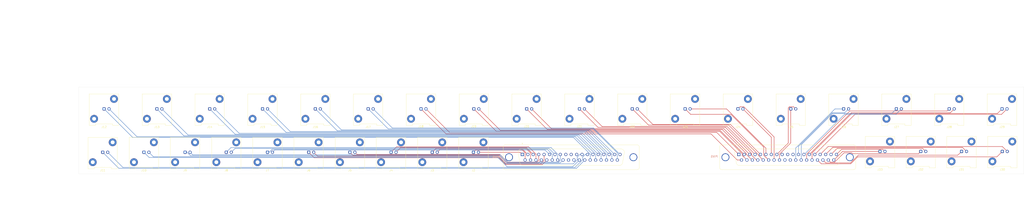
<source format=kicad_pcb>
(kicad_pcb (version 20241229) (generator "pcbnew") (generator_version "9.0")
  (layers (0 "F.Cu" signal) (2 "B.Cu" signal) (13 "F.Paste" user) (15 "B.Paste" user) (5 "F.SilkS" user "F.Silkscreen") (7 "B.SilkS" user "B.Silkscreen") (1 "F.Mask" user) (3 "B.Mask" user) (25 "Edge.Cuts" user))
  (net 0 "")
  (net 1 "/AIN14-")
  (net 3 "/AIN3+")
  (net 4 "/AIN14+")
  (net 5 "/AIN7-")
  (net 6 "/AIN3-")
  (net 7 "/AIN13-")
  (net 8 "/AIN9-")
  (net 9 "/AIN8+")
  (net 10 "/AIN13+")
  (net 11 "/AIN10+")
  (net 12 "/AIN8-")
  (net 14 "/AIN2-")
  (net 15 "/AIN4+")
  (net 16 "/AIN15+")
  (net 17 "/AIN12+")
  (net 19 "/AIN5-")
  (net 20 "/AIN2+")
  (net 21 "/AIN16+")
  (net 22 "/AIN10-")
  (net 23 "/AIN1+")
  (net 24 "/AIN6-")
  (net 25 "/AIN16-")
  (net 26 "/AIN12-")
  (net 27 "/AIN9+")
  (net 28 "/AIN7+")
  (net 29 "/AIN1-")
  (net 30 "/AIN15-")
  (net 31 "/AIN5+")
  (net 32 "/AIN11+")
  (net 33 "/AIN11-")
  (net 34 "/AIN6+")
  (net 37 "/AIN4-")
  (net 38 "/AIN19+")
  (net 39 "/AIN29+")
  (net 40 "/AIN24-")
  (net 41 "/AIN32-")
  (net 42 "/AIN27+")
  (net 43 "/AIN27-")
  (net 45 "/AIN30+")
  (net 47 "/AIN22+")
  (net 48 "/AIN17+")
  (net 49 "/AIN28-")
  (net 50 "/AIN29-")
  (net 51 "/AIN31-")
  (net 52 "/AIN28+")
  (net 54 "/AIN21-")
  (net 55 "/AIN24+")
  (net 56 "/AIN17-")
  (net 57 "/AIN23-")
  (net 58 "/AIN21+")
  (net 59 "/AIN20-")
  (net 61 "/AIN32+")
  (net 62 "/AIN26+")
  (net 63 "/AIN26-")
  (net 64 "/AIN30-")
  (net 65 "/AIN23+")
  (net 66 "/AIN18-")
  (net 67 "/AIN19-")
  (net 68 "/AIN25+")
  (net 69 "/AIN31+")
  (net 70 "/AIN25-")
  (net 72 "/AIN22-")
  (net 73 "/AIN20+")
  (net 74 "/AIN18+")
  (net 75 "Net-(J1-Pad39)")
  (net 76 "Net-(J2-Pad38)")
  (footprint "Connector_Dsub:DSUB-37_Pins_Vertical_P2.77x2.84mm_MountingHoles" (layer "F.Cu") (at 287.216471 246.835)
    (property "Reference" "D1" (hide yes))
    (property "Value" "DB37")
  )
  (footprint "Connector_Coaxial:BNC_Amphenol_031-5539_Vertical" (layer "F.Cu") (at 136.038416 245.7)
    (property "Reference" "J8")
    (property "Value" "Conn_Coaxial")
  )
  (footprint "Connector_Coaxial:BNC_Amphenol_031-5539_Vertical" (layer "F.Cu") (at 262.236471 245.7)
    (property "Reference" "J2")
    (property "Value" "Conn_Coaxial")
  )
  (footprint "Connector_Coaxial:BNC_Amphenol_031-5539_Vertical" (layer "F.Cu") (at 262.420589 223.5)
    (property "Reference" "J19")
    (property "Value" "Conn_Coaxial")
  )
  (footprint "Connector_Coaxial:BNC_Amphenol_031-5539_Vertical" (layer "F.Cu") (at 72.939388 245.7)
    (property "Reference" "J11")
    (property "Value" "Conn_Coaxial")
  )
  (footprint "Connector_Coaxial:BNC_Amphenol_031-5539_Vertical" (layer "F.Cu") (at 532.126471 223.5)
    (property "Reference" "J29")
    (property "Value" "Conn_Coaxial")
  )
  (footprint "Connector_Coaxial:BNC_Amphenol_031-5539_Vertical" (layer "F.Cu") (at 181.508824 223.5)
    (property "Reference" "J16")
    (property "Value" "Conn_Coaxial")
  )
  (footprint "Connector_Coaxial:BNC_Amphenol_031-5539_Vertical" (layer "F.Cu") (at 316.361765 223.5)
    (property "Reference" "J21")
    (property "Value" "Conn_Coaxial")
  )
  (footprint "Connector_Coaxial:BNC_Amphenol_031-5539_Vertical" (layer "F.Cu") (at 127.567647 223.5)
    (property "Reference" "J14")
    (property "Value" "Conn_Coaxial")
  )
  (footprint "Connector_Coaxial:BNC_Amphenol_031-5539_Vertical" (layer "F.Cu") (at 397.27353 223.5)
    (property "Reference" "J24")
    (property "Value" "Conn_Coaxial")
  )
  (footprint "Connector_Coaxial:BNC_Amphenol_031-5539_Vertical" (layer "F.Cu") (at 469.796471 245.29)
    (property "Reference" "J33")
    (property "Value" "Conn_Coaxial")
  )
  (footprint "Connector_Coaxial:BNC_Amphenol_031-5539_Vertical" (layer "F.Cu") (at 220.170453 245.7)
    (property "Reference" "J4")
    (property "Value" "Conn_Coaxial")
  )
  (footprint "Connector_Coaxial:BNC_Amphenol_031-5539_Vertical" (layer "F.Cu") (at 115.005406 245.7)
    (property "Reference" "J9")
    (property "Value" "Conn_Coaxial")
  )
  (footprint "Connector_Coaxial:BNC_Amphenol_031-5539_Vertical" (layer "F.Cu") (at 199.137443 245.7)
    (property "Reference" "J5")
    (property "Value" "Conn_Coaxial")
  )
  (footprint "Connector_Coaxial:BNC_Amphenol_031-5539_Vertical" (layer "F.Cu") (at 157.071425 245.7)
    (property "Reference" "J7")
    (property "Value" "Conn_Coaxial")
  )
  (footprint "Connector_Coaxial:BNC_Amphenol_031-5539_Vertical" (layer "F.Cu") (at 289.391177 223.5)
    (property "Reference" "J20")
    (property "Value" "Conn_Coaxial")
  )
  (footprint "Connector_Coaxial:BNC_Amphenol_031-5539_Vertical" (layer "F.Cu") (at 478.185295 223.5)
    (property "Reference" "J27")
    (property "Value" "Conn_Coaxial")
  )
  (footprint "Connector_Coaxial:BNC_Amphenol_031-5539_Vertical" (layer "F.Cu") (at 154.538236 223.5)
    (property "Reference" "J15")
    (property "Value" "Conn_Coaxial")
  )
  (footprint "Connector_Coaxial:BNC_Amphenol_031-5539_Vertical" (layer "F.Cu") (at 178.104434 245.7)
    (property "Reference" "J6")
    (property "Value" "Conn_Coaxial")
  )
  (footprint "Connector_Coaxial:BNC_Amphenol_031-5539_Vertical" (layer "F.Cu") (at 490.619804 245.29)
    (property "Reference" "J32")
    (property "Value" "Conn_Coaxial")
  )
  (footprint "Connector_Coaxial:BNC_Amphenol_031-5539_Vertical" (layer "F.Cu") (at 511.443138 245.29)
    (property "Reference" "J31")
    (property "Value" "Conn_Coaxial")
  )
  (footprint "Connector_Coaxial:BNC_Amphenol_031-5539_Vertical" (layer "F.Cu") (at 370.302942 223.5)
    (property "Reference" "J23")
    (property "Value" "Conn_Coaxial")
  )
  (footprint "Connector_Coaxial:BNC_Amphenol_031-5539_Vertical" (layer "F.Cu") (at 451.214706 223.5)
    (property "Reference" "J26")
    (property "Value" "Conn_Coaxial")
  )
  (footprint "Connector_Coaxial:BNC_Amphenol_031-5539_Vertical" (layer "F.Cu") (at 505.155883 223.5)
    (property "Reference" "J28")
    (property "Value" "Conn_Coaxial")
  )
  (footprint "Connector_Coaxial:BNC_Amphenol_031-5539_Vertical" (layer "F.Cu") (at 343.332353 223.5)
    (property "Reference" "J22")
    (property "Value" "Conn_Coaxial")
  )
  (footprint "Connector_Coaxial:BNC_Amphenol_031-5539_Vertical" (layer "F.Cu") (at 424.244118 223.5)
    (property "Reference" "J25")
    (property "Value" "Conn_Coaxial")
  )
  (footprint "Connector_Coaxial:BNC_Amphenol_031-5539_Vertical" (layer "F.Cu") (at 208.479412 223.5)
    (property "Reference" "J17")
    (property "Value" "Conn_Coaxial")
  )
  (footprint "Connector_Coaxial:BNC_Amphenol_031-5539_Vertical" (layer "F.Cu") (at 235.45 223.5)
    (property "Reference" "J18")
    (property "Value" "Conn_Coaxial")
  )
  (footprint "Connector_Coaxial:BNC_Amphenol_031-5539_Vertical" (layer "F.Cu") (at 100.597059 223.5)
    (property "Reference" "J13")
    (property "Value" "Conn_Coaxial")
  )
  (footprint "Connector_Coaxial:BNC_Amphenol_031-5539_Vertical" (layer "F.Cu") (at 241.203462 245.7)
    (property "Reference" "J3")
    (property "Value" "Conn_Coaxial")
  )
  (footprint "Connector_Dsub:DSUB-37_Pins_Vertical_P2.77x2.84mm_MountingHoles" (layer "F.Cu") (at 397.716471 246.835)
    (property "Reference" "D2" (hide yes))
    (property "Value" "DB37")
  )
  (footprint "Connector_Coaxial:BNC_Amphenol_031-5539_Vertical" (layer "F.Cu") (at 93.972397 245.7)
    (property "Reference" "J10")
    (property "Value" "Conn_Coaxial")
  )
  (footprint "Connector_Coaxial:BNC_Amphenol_031-5539_Vertical" (layer "F.Cu") (at 532.266471 245.29)
    (property "Reference" "J30")
    (property "Value" "Conn_Coaxial")
  )
  (footprint "Connector_Coaxial:BNC_Amphenol_031-5539_Vertical" (layer "F.Cu") (at 73.626471 223.5)
    (property "Reference" "J12")
    (property "Value" "Conn_Coaxial")
  )
  (gr_rect (start 60.706471 212.24) (end 543.306471 256.69) (stroke (width 0.05)) (fill no) (layer "Edge.Cuts"))
  (gr_text "PINS" (at 387.064471 248.495 0) (layer "B.SilkS") (effects (font (size 1.016 1.016) (thickness 0.2032) (bold yes)) (justify left bottom mirror)))
  (gr_text "PINS" (at 275.685471 248.749 0) (layer "B.SilkS") (effects (font (size 1.016 1.016) (thickness 0.2032) (bold yes)) (justify left bottom mirror)))
  (segment (start 331.536471 246.835) (end 319.793471 235.092) (width 0.2) (layer "B.Cu") (net 1))
  (segment (start 168.670236 235.092) (end 157.078236 223.5) (width 0.2) (layer "B.Cu") (net 1))
  (segment (start 319.793471 235.092) (end 168.670236 235.092) (width 0.2) (layer "B.Cu") (net 1))
  (segment (start 220.170453 245.7) (end 222.949453 242.921) (width 0.2) (layer "F.Cu") (net 3))
  (segment (start 222.949453 242.921) (end 290.427471 242.921) (width 0.2) (layer "F.Cu") (net 3))
  (segment (start 294.141471 246.635) (end 294.141471 249.675) (width 0.2) (layer "F.Cu") (net 3))
  (segment (start 290.427471 242.921) (end 294.141471 246.635) (width 0.2) (layer "F.Cu") (net 3))
  (segment (start 318.981521 235.493) (end 330.151471 246.66295) (width 0.2) (layer "B.Cu") (net 4))
  (segment (start 154.538236 223.5) (end 166.531236 235.493) (width 0.2) (layer "B.Cu") (net 4))
  (segment (start 166.531236 235.493) (end 318.981521 235.493) (width 0.2) (layer "B.Cu") (net 4))
  (segment (start 330.151471 246.66295) (end 330.151471 249.675) (width 0.2) (layer "B.Cu") (net 4))
  (segment (start 300.779471 243.778) (end 303.836471 246.835) (width 0.2) (layer "B.Cu") (net 5))
  (segment (start 138.578416 245.7) (end 140.500416 243.778) (width 0.2) (layer "B.Cu") (net 5))
  (segment (start 140.500416 243.778) (end 300.779471 243.778) (width 0.2) (layer "B.Cu") (net 5))
  (segment (start 289.317471 243.396) (end 292.756471 246.835) (width 0.2) (layer "F.Cu") (net 6))
  (segment (start 222.710453 245.7) (end 225.014453 243.396) (width 0.2) (layer "F.Cu") (net 6))
  (segment (start 225.014453 243.396) (end 289.317471 243.396) (width 0.2) (layer "F.Cu") (net 6))
  (segment (start 328.766471 246.835) (end 317.901471 235.97) (width 0.2) (layer "B.Cu") (net 7))
  (segment (start 142.577647 235.97) (end 130.107647 223.5) (width 0.2) (layer "B.Cu") (net 7))
  (segment (start 317.901471 235.97) (end 142.577647 235.97) (width 0.2) (layer "B.Cu") (net 7))
  (segment (start 316.555101 246.835) (end 317.686471 246.835) (width 0.2) (layer "B.Cu") (net 8))
  (segment (start 274.976471 247.98) (end 278.574471 251.578) (width 0.2) (layer "B.Cu") (net 8))
  (segment (start 96.512397 245.7) (end 98.792397 247.98) (width 0.2) (layer "B.Cu") (net 8))
  (segment (start 98.792397 247.98) (end 274.976471 247.98) (width 0.2) (layer "B.Cu") (net 8))
  (segment (start 313.185521 251.578) (end 315.200471 249.56305) (width 0.2) (layer "B.Cu") (net 8))
  (segment (start 278.574471 251.578) (end 313.185521 251.578) (width 0.2) (layer "B.Cu") (net 8))
  (segment (start 315.200471 248.18963) (end 316.555101 246.835) (width 0.2) (layer "B.Cu") (net 8))
  (segment (start 315.200471 249.56305) (end 315.200471 248.18963) (width 0.2) (layer "B.Cu") (net 8))
  (segment (start 279.363471 251.177) (end 275.616471 247.43) (width 0.2) (layer "B.Cu") (net 9))
  (segment (start 275.616471 247.43) (end 117.718356 247.43) (width 0.2) (layer "B.Cu") (net 9))
  (segment (start 307.991471 249.675) (end 306.489471 251.177) (width 0.2) (layer "B.Cu") (net 9))
  (segment (start 306.489471 251.177) (end 279.363471 251.177) (width 0.2) (layer "B.Cu") (net 9))
  (segment (start 115.988356 245.7) (end 115.005406 245.7) (width 0.2) (layer "B.Cu") (net 9))
  (segment (start 117.718356 247.43) (end 115.988356 245.7) (width 0.2) (layer "B.Cu") (net 9))
  (segment (start 127.567647 223.5) (end 140.537647 236.47) (width 0.2) (layer "B.Cu") (net 10))
  (segment (start 317.188521 236.47) (end 327.381471 246.66295) (width 0.2) (layer "B.Cu") (net 10))
  (segment (start 327.381471 246.66295) (end 327.381471 249.675) (width 0.2) (layer "B.Cu") (net 10))
  (segment (start 140.537647 236.47) (end 317.188521 236.47) (width 0.2) (layer "B.Cu") (net 10))
  (segment (start 81.122388 253.883) (end 72.939388 245.7) (width 0.2) (layer "B.Cu") (net 11))
  (segment (start 314.863471 253.883) (end 81.122388 253.883) (width 0.2) (layer "B.Cu") (net 11))
  (segment (start 319.071471 249.675) (end 314.863471 253.883) (width 0.2) (layer "B.Cu") (net 11))
  (segment (start 117.545406 245.7) (end 118.835406 246.99) (width 0.2) (layer "B.Cu") (net 12))
  (segment (start 279.663365 250.776) (end 305.677521 250.776) (width 0.2) (layer "B.Cu") (net 12))
  (segment (start 305.677521 250.776) (end 306.606471 249.84705) (width 0.2) (layer "B.Cu") (net 12))
  (segment (start 306.606471 249.84705) (end 306.606471 246.835) (width 0.2) (layer "B.Cu") (net 12))
  (segment (start 118.835406 246.99) (end 275.877365 246.99) (width 0.2) (layer "B.Cu") (net 12))
  (segment (start 275.877365 246.99) (end 279.663365 250.776) (width 0.2) (layer "B.Cu") (net 12))
  (segment (start 287.349471 244.198) (end 289.986471 246.835) (width 0.2) (layer "F.Cu") (net 14))
  (segment (start 245.245462 244.198) (end 287.349471 244.198) (width 0.2) (layer "F.Cu") (net 14))
  (segment (start 243.743462 245.7) (end 245.245462 244.198) (width 0.2) (layer "F.Cu") (net 14))
  (segment (start 200.697443 247.26) (end 199.137443 245.7) (width 0.2) (layer "F.Cu") (net 15))
  (segment (start 296.911471 249.675) (end 295.409471 251.177) (width 0.2) (layer "F.Cu") (net 15))
  (segment (start 279.243471 251.177) (end 275.326471 247.26) (width 0.2) (layer "F.Cu") (net 15))
  (segment (start 275.326471 247.26) (end 200.697443 247.26) (width 0.2) (layer "F.Cu") (net 15))
  (segment (start 295.409471 251.177) (end 279.243471 251.177) (width 0.2) (layer "F.Cu") (net 15))
  (segment (start 192.699824 234.691) (end 320.949521 234.691) (width 0.2) (layer "B.Cu") (net 16))
  (segment (start 332.921471 246.66295) (end 332.921471 249.675) (width 0.2) (layer "B.Cu") (net 16))
  (segment (start 181.508824 223.5) (end 192.699824 234.691) (width 0.2) (layer "B.Cu") (net 16))
  (segment (start 320.949521 234.691) (end 332.921471 246.66295) (width 0.2) (layer "B.Cu") (net 16))
  (segment (start 324.611471 246.66295) (end 324.611471 249.675) (width 0.2) (layer "B.Cu") (net 17))
  (segment (start 315.229521 237.281) (end 324.611471 246.66295) (width 0.2) (layer "B.Cu") (net 17))
  (segment (start 114.378059 237.281) (end 315.229521 237.281) (width 0.2) (layer "B.Cu") (net 17))
  (segment (start 100.597059 223.5) (end 114.378059 237.281) (width 0.2) (layer "B.Cu") (net 17))
  (segment (start 298.296471 249.84705) (end 296.565521 251.578) (width 0.2) (layer "F.Cu") (net 19))
  (segment (start 182.634434 247.69) (end 180.644434 245.7) (width 0.2) (layer "F.Cu") (net 19))
  (segment (start 278.844471 251.578) (end 274.956471 247.69) (width 0.2) (layer "F.Cu") (net 19))
  (segment (start 298.296471 246.835) (end 298.296471 249.84705) (width 0.2) (layer "F.Cu") (net 19))
  (segment (start 296.565521 251.578) (end 278.844471 251.578) (width 0.2) (layer "F.Cu") (net 19))
  (segment (start 274.956471 247.69) (end 182.634434 247.69) (width 0.2) (layer "F.Cu") (net 19))
  (segment (start 289.073521 243.797) (end 291.371471 246.09495) (width 0.2) (layer "F.Cu") (net 20))
  (segment (start 291.371471 246.09495) (end 291.371471 249.675) (width 0.2) (layer "F.Cu") (net 20))
  (segment (start 241.203462 245.7) (end 243.106462 243.797) (width 0.2) (layer "F.Cu") (net 20))
  (segment (start 243.106462 243.797) (end 289.073521 243.797) (width 0.2) (layer "F.Cu") (net 20))
  (segment (start 323.375371 233.701) (end 218.680412 233.701) (width 0.2) (layer "B.Cu") (net 21))
  (segment (start 335.691471 249.675) (end 335.691471 246.0171) (width 0.2) (layer "B.Cu") (net 21))
  (segment (start 218.680412 233.701) (end 208.479412 223.5) (width 0.2) (layer "B.Cu") (net 21))
  (segment (start 335.691471 246.0171) (end 323.375371 233.701) (width 0.2) (layer "B.Cu") (net 21))
  (segment (start 314.051521 253.482) (end 317.970471 249.56305) (width 0.2) (layer "B.Cu") (net 22))
  (segment (start 317.970471 248.18963) (end 319.325101 246.835) (width 0.2) (layer "B.Cu") (net 22))
  (segment (start 83.261388 253.482) (end 314.051521 253.482) (width 0.2) (layer "B.Cu") (net 22))
  (segment (start 75.479388 245.7) (end 83.261388 253.482) (width 0.2) (layer "B.Cu") (net 22))
  (segment (start 317.970471 249.56305) (end 317.970471 248.18963) (width 0.2) (layer "B.Cu") (net 22))
  (segment (start 319.325101 246.835) (end 320.456471 246.835) (width 0.2) (layer "B.Cu") (net 22))
  (segment (start 263.337471 244.599) (end 287.182471 244.599) (width 0.2) (layer "F.Cu") (net 23))
  (segment (start 287.182471 244.599) (end 288.601471 246.018) (width 0.2) (layer "F.Cu") (net 23))
  (segment (start 288.601471 246.018) (end 288.601471 249.675) (width 0.2) (layer "F.Cu") (net 23))
  (segment (start 262.236471 245.7) (end 263.337471 244.599) (width 0.2) (layer "F.Cu") (net 23))
  (segment (start 159.611425 245.7) (end 160.731425 244.58) (width 0.2) (layer "B.Cu") (net 24))
  (segment (start 160.731425 244.58) (end 298.811471 244.58) (width 0.2) (layer "B.Cu") (net 24))
  (segment (start 298.811471 244.58) (end 301.066471 246.835) (width 0.2) (layer "B.Cu") (net 24))
  (segment (start 211.019412 223.5) (end 220.819412 233.3) (width 0.2) (layer "B.Cu") (net 25))
  (segment (start 220.819412 233.3) (end 323.541471 233.3) (width 0.2) (layer "B.Cu") (net 25))
  (segment (start 323.541471 233.3) (end 337.076471 246.835) (width 0.2) (layer "B.Cu") (net 25))
  (segment (start 316.041471 236.88) (end 116.517059 236.88) (width 0.2) (layer "B.Cu") (net 26))
  (segment (start 116.517059 236.88) (end 103.137059 223.5) (width 0.2) (layer "B.Cu") (net 26))
  (segment (start 325.996471 246.835) (end 316.041471 236.88) (width 0.2) (layer "B.Cu") (net 26))
  (segment (start 279.367471 253.081) (end 274.667471 248.381) (width 0.2) (layer "B.Cu") (net 27))
  (segment (start 312.895471 253.081) (end 279.367471 253.081) (width 0.2) (layer "B.Cu") (net 27))
  (segment (start 316.301471 249.675) (end 312.895471 253.081) (width 0.2) (layer "B.Cu") (net 27))
  (segment (start 274.667471 248.381) (end 96.653397 248.381) (width 0.2) (layer "B.Cu") (net 27))
  (segment (start 96.653397 248.381) (end 93.972397 245.7) (width 0.2) (layer "B.Cu") (net 27))
  (segment (start 305.221471 249.675) (end 305.221471 246.66295) (width 0.2) (layer "B.Cu") (net 28))
  (segment (start 305.221471 246.66295) (end 301.858521 243.3) (width 0.2) (layer "B.Cu") (net 28))
  (segment (start 301.858521 243.3) (end 138.438416 243.3) (width 0.2) (layer "B.Cu") (net 28))
  (segment (start 138.438416 243.3) (end 136.038416 245.7) (width 0.2) (layer "B.Cu") (net 28))
  (segment (start 287.216471 246.835) (end 286.081471 245.7) (width 0.2) (layer "F.Cu") (net 29))
  (segment (start 286.081471 245.7) (end 264.776471 245.7) (width 0.2) (layer "F.Cu") (net 29))
  (segment (start 194.838824 234.29) (end 184.048824 223.5) (width 0.2) (layer "B.Cu") (net 30))
  (segment (start 334.306471 246.835) (end 321.761471 234.29) (width 0.2) (layer "B.Cu") (net 30))
  (segment (start 321.761471 234.29) (end 194.838824 234.29) (width 0.2) (layer "B.Cu") (net 30))
  (segment (start 297.377471 251.979) (end 299.681471 249.675) (width 0.2) (layer "F.Cu") (net 31))
  (segment (start 275.178371 248.479) (end 278.678371 251.979) (width 0.2) (layer "F.Cu") (net 31))
  (segment (start 178.104434 245.7) (end 180.883434 248.479) (width 0.2) (layer "F.Cu") (net 31))
  (segment (start 278.678371 251.979) (end 297.377471 251.979) (width 0.2) (layer "F.Cu") (net 31))
  (segment (start 180.883434 248.479) (end 275.178371 248.479) (width 0.2) (layer "F.Cu") (net 31))
  (segment (start 88.137471 238.101) (end 88.137471 238.011) (width 0.2) (layer "B.Cu") (net 32))
  (segment (start 313.279521 238.101) (end 88.137471 238.101) (width 0.2) (layer "B.Cu") (net 32))
  (segment (start 321.841471 246.66295) (end 313.279521 238.101) (width 0.2) (layer "B.Cu") (net 32))
  (segment (start 88.137471 238.011) (end 73.626471 223.5) (width 0.2) (layer "B.Cu") (net 32))
  (segment (start 321.841471 249.675) (end 321.841471 246.66295) (width 0.2) (layer "B.Cu") (net 32))
  (segment (start 323.226471 246.835) (end 314.091471 237.7) (width 0.2) (layer "B.Cu") (net 33))
  (segment (start 314.091471 237.7) (end 90.366471 237.7) (width 0.2) (layer "B.Cu") (net 33))
  (segment (start 90.366471 237.7) (end 76.166471 223.5) (width 0.2) (layer "B.Cu") (net 33))
  (segment (start 302.451471 246.66295) (end 299.967521 244.179) (width 0.2) (layer "B.Cu") (net 34))
  (segment (start 302.451471 249.675) (end 302.451471 246.66295) (width 0.2) (layer "B.Cu") (net 34))
  (segment (start 299.967521 244.179) (end 159.437471 244.179) (width 0.2) (layer "B.Cu") (net 34))
  (segment (start 157.916471 245.7) (end 157.071425 245.7) (width 0.2) (layer "B.Cu") (net 34))
  (segment (start 159.437471 244.179) (end 157.916471 245.7) (width 0.2) (layer "B.Cu") (net 34))
  (segment (start 279.663365 250.776) (end 294.597521 250.776) (width 0.2) (layer "F.Cu") (net 37))
  (segment (start 295.526471 249.84705) (end 295.526471 246.835) (width 0.2) (layer "F.Cu") (net 37))
  (segment (start 294.597521 250.776) (end 295.526471 249.84705) (width 0.2) (layer "F.Cu") (net 37))
  (segment (start 275.688365 246.801) (end 279.663365 250.776) (width 0.2) (layer "F.Cu") (net 37))
  (segment (start 202.778443 246.801) (end 275.688365 246.801) (width 0.2) (layer "F.Cu") (net 37))
  (segment (start 201.677443 245.7) (end 202.778443 246.801) (width 0.2) (layer "F.Cu") (net 37))
  (segment (start 299.922177 234.031) (end 289.391177 223.5) (width 0.2) (layer "F.Cu") (net 38))
  (segment (start 401.587471 246.801) (end 401.587471 246.37895) (width 0.2) (layer "F.Cu") (net 38))
  (segment (start 404.641471 249.675) (end 404.461471 249.675) (width 0.2) (layer "F.Cu") (net 38))
  (segment (start 401.587471 246.37895) (end 389.239521 234.031) (width 0.2) (layer "F.Cu") (net 38))
  (segment (start 389.239521 234.031) (end 299.922177 234.031) (width 0.2) (layer "F.Cu") (net 38))
  (segment (start 404.461471 249.675) (end 401.587471 246.801) (width 0.2) (layer "F.Cu") (net 38))
  (segment (start 454.894677 251.578) (end 439.784471 251.578) (width 0.2) (layer "F.Cu") (net 39))
  (segment (start 458.403677 248.069) (end 454.894677 251.578) (width 0.2) (layer "F.Cu") (net 39))
  (segment (start 529.487471 248.069) (end 458.403677 248.069) (width 0.2) (layer "F.Cu") (net 39))
  (segment (start 439.784471 251.578) (end 437.881471 249.675) (width 0.2) (layer "F.Cu") (net 39))
  (segment (start 532.266471 245.29) (end 529.487471 248.069) (width 0.2) (layer "F.Cu") (net 39))
  (segment (start 426.784118 223.5) (end 425.683118 222.399) (width 0.2) (layer "F.Cu") (net 40))
  (segment (start 422.946471 223.006283) (end 422.946471 240.995) (width 0.2) (layer "F.Cu") (net 40))
  (segment (start 422.946471 240.995) (end 417.106471 246.835) (width 0.2) (layer "F.Cu") (net 40))
  (segment (start 425.683118 222.399) (end 423.553754 222.399) (width 0.2) (layer "F.Cu") (net 40))
  (segment (start 423.553754 222.399) (end 422.946471 223.006283) (width 0.2) (layer "F.Cu") (net 40))
  (segment (start 471.235471 244.189) (end 450.222471 244.189) (width 0.2) (layer "F.Cu") (net 41))
  (segment (start 450.222471 244.189) (end 447.576471 246.835) (width 0.2) (layer "F.Cu") (net 41))
  (segment (start 472.336471 245.29) (end 471.235471 244.189) (width 0.2) (layer "F.Cu") (net 41))
  (segment (start 454.403421 224.601) (end 432.341471 246.66295) (width 0.2) (layer "F.Cu") (net 42))
  (segment (start 505.155883 223.5) (end 504.054883 224.601) (width 0.2) (layer "F.Cu") (net 42))
  (segment (start 504.054883 224.601) (end 454.403421 224.601) (width 0.2) (layer "F.Cu") (net 42))
  (segment (start 432.341471 246.66295) (end 432.341471 249.675) (width 0.2) (layer "F.Cu") (net 42))
  (segment (start 505.718883 225.477) (end 455.084471 225.477) (width 0.2) (layer "F.Cu") (net 43))
  (segment (start 507.695883 223.5) (end 505.718883 225.477) (width 0.2) (layer "F.Cu") (net 43))
  (segment (start 455.084471 225.477) (end 433.726471 246.835) (width 0.2) (layer "F.Cu") (net 43))
  (segment (start 442.153471 251.177) (end 440.651471 249.675) (width 0.2) (layer "F.Cu") (net 45))
  (segment (start 511.443138 245.29) (end 509.543138 247.19) (width 0.2) (layer "F.Cu") (net 45))
  (segment (start 509.543138 247.19) (end 458.715577 247.19) (width 0.2) (layer "F.Cu") (net 45))
  (segment (start 454.728577 251.177) (end 442.153471 251.177) (width 0.2) (layer "F.Cu") (net 45))
  (segment (start 458.715577 247.19) (end 454.728577 251.177) (width 0.2) (layer "F.Cu") (net 45))
  (segment (start 411.756471 248.48) (end 412.951471 249.675) (width 0.2) (layer "F.Cu") (net 47))
  (segment (start 410.465471 247.29105) (end 411.654421 248.48) (width 0.2) (layer "F.Cu") (net 47))
  (segment (start 410.465471 243.079) (end 410.465471 247.29105) (width 0.2) (layer "F.Cu") (net 47))
  (segment (start 373.081942 226.279) (end 393.665471 226.279) (width 0.2) (layer "F.Cu") (net 47))
  (segment (start 411.654421 248.48) (end 411.756471 248.48) (width 0.2) (layer "F.Cu") (net 47))
  (segment (start 393.665471 226.279) (end 410.465471 243.079) (width 0.2) (layer "F.Cu") (net 47))
  (segment (start 370.302942 223.5) (end 373.081942 226.279) (width 0.2) (layer "F.Cu") (net 47))
  (segment (start 396.899471 249.675) (end 383.504471 236.28) (width 0.2) (layer "F.Cu") (net 48))
  (segment (start 383.504471 236.28) (end 248.23 236.28) (width 0.2) (layer "F.Cu") (net 48))
  (segment (start 399.101471 249.675) (end 396.899471 249.675) (width 0.2) (layer "F.Cu") (net 48))
  (segment (start 248.23 236.28) (end 235.45 223.5) (width 0.2) (layer "F.Cu") (net 48))
  (segment (start 457.052471 226.279) (end 436.496471 246.835) (width 0.2) (layer "F.Cu") (net 49))
  (segment (start 534.666471 223.5) (end 531.887471 226.279) (width 0.2) (layer "F.Cu") (net 49))
  (segment (start 531.887471 226.279) (end 457.052471 226.279) (width 0.2) (layer "F.Cu") (net 49))
  (segment (start 443.312471 242.789) (end 439.266471 246.835) (width 0.2) (layer "F.Cu") (net 50))
  (segment (start 534.806471 245.29) (end 532.305471 242.789) (width 0.2) (layer "F.Cu") (net 50))
  (segment (start 532.305471 242.789) (end 443.312471 242.789) (width 0.2) (layer "F.Cu") (net 50))
  (segment (start 447.951471 243.69) (end 444.806471 246.835) (width 0.2) (layer "F.Cu") (net 51))
  (segment (start 493.159804 245.29) (end 491.559804 243.69) (width 0.2) (layer "F.Cu") (net 51))
  (segment (start 491.559804 243.69) (end 447.951471 243.69) (width 0.2) (layer "F.Cu") (net 51))
  (segment (start 435.111471 246.09495) (end 435.111471 249.675) (width 0.2) (layer "F.Cu") (net 52))
  (segment (start 529.748471 225.878) (end 455.328421 225.878) (width 0.2) (layer "F.Cu") (net 52))
  (segment (start 532.126471 223.5) (end 529.748471 225.878) (width 0.2) (layer "F.Cu") (net 52))
  (segment (start 455.328421 225.878) (end 435.111471 246.09495) (width 0.2) (layer "F.Cu") (net 52))
  (segment (start 353.802353 231.43) (end 345.872353 223.5) (width 0.2) (layer "F.Cu") (net 54))
  (segment (start 393.391471 231.43) (end 353.802353 231.43) (width 0.2) (layer "F.Cu") (net 54))
  (segment (start 408.796471 246.835) (end 393.391471 231.43) (width 0.2) (layer "F.Cu") (net 54))
  (segment (start 424.244118 223.5) (end 424.244118 240.892353) (width 0.2) (layer "F.Cu") (net 55))
  (segment (start 424.244118 240.892353) (end 418.491471 246.645) (width 0.2) (layer "F.Cu") (net 55))
  (segment (start 418.491471 246.645) (end 418.491471 249.675) (width 0.2) (layer "F.Cu") (net 55))
  (segment (start 386.411471 235.53) (end 250.02 235.53) (width 0.2) (layer "F.Cu") (net 56))
  (segment (start 250.02 235.53) (end 237.99 223.5) (width 0.2) (layer "F.Cu") (net 56))
  (segment (start 397.716471 246.835) (end 386.411471 235.53) (width 0.2) (layer "F.Cu") (net 56))
  (segment (start 399.81353 223.5) (end 414.336471 238.022941) (width 0.2) (layer "F.Cu") (net 57))
  (segment (start 414.336471 238.022941) (end 414.336471 246.835) (width 0.2) (layer "F.Cu") (net 57))
  (segment (start 351.663353 231.831) (end 343.332353 223.5) (width 0.2) (layer "F.Cu") (net 58))
  (segment (start 392.579521 231.831) (end 351.663353 231.831) (width 0.2) (layer "F.Cu") (net 58))
  (segment (start 410.079421 249.675) (end 407.695471 247.29105) (width 0.2) (layer "F.Cu") (net 58))
  (segment (start 410.181471 249.675) (end 410.079421 249.675) (width 0.2) (layer "F.Cu") (net 58))
  (segment (start 407.695471 247.29105) (end 407.695471 246.94695) (width 0.2) (layer "F.Cu") (net 58))
  (segment (start 407.695471 246.94695) (end 392.579521 231.831) (width 0.2) (layer "F.Cu") (net 58))
  (segment (start 327.941765 232.54) (end 318.901765 223.5) (width 0.2) (layer "F.Cu") (net 59))
  (segment (start 391.731471 232.54) (end 327.941765 232.54) (width 0.2) (layer "F.Cu") (net 59))
  (segment (start 406.026471 246.835) (end 391.731471 232.54) (width 0.2) (layer "F.Cu") (net 59))
  (segment (start 446.293521 249.675) (end 446.191471 249.675) (width 0.2) (layer "F.Cu") (net 61))
  (segment (start 469.796471 245.29) (end 450.678521 245.29) (width 0.2) (layer "F.Cu") (net 61))
  (segment (start 450.678521 245.29) (end 446.293521 249.675) (width 0.2) (layer "F.Cu") (net 61))
  (segment (start 478.185295 223.5) (end 475.807295 225.878) (width 0.2) (layer "B.Cu") (net 62))
  (segment (start 445.5826 225.878) (end 429.571471 241.889129) (width 0.2) (layer "B.Cu") (net 62))
  (segment (start 429.571471 241.889129) (end 429.571471 249.675) (width 0.2) (layer "B.Cu") (net 62))
  (segment (start 475.807295 225.878) (end 445.5826 225.878) (width 0.2) (layer "B.Cu") (net 62))
  (segment (start 451.689812 226.279) (end 431.133812 246.835) (width 0.2) (layer "B.Cu") (net 63))
  (segment (start 477.946295 226.279) (end 451.689812 226.279) (width 0.2) (layer "B.Cu") (net 63))
  (segment (start 431.133812 246.835) (end 430.956471 246.835) (width 0.2) (layer "B.Cu") (net 63))
  (segment (start 480.725295 223.5) (end 477.946295 226.279) (width 0.2) (layer "B.Cu") (net 63))
  (segment (start 445.681471 243.19) (end 442.036471 246.835) (width 0.2) (layer "F.Cu") (net 64))
  (segment (start 513.983138 245.29) (end 511.883138 243.19) (width 0.2) (layer "F.Cu") (net 64))
  (segment (start 511.883138 243.19) (end 445.681471 243.19) (width 0.2) (layer "F.Cu") (net 64))
  (segment (start 398.37453 222.399) (end 397.27353 223.5) (width 0.2) (layer "F.Cu") (net 65))
  (segment (start 415.721471 237.850891) (end 400.26958 222.399) (width 0.2) (layer "F.Cu") (net 65))
  (segment (start 400.26958 222.399) (end 398.37453 222.399) (width 0.2) (layer "F.Cu") (net 65))
  (segment (start 415.721471 249.675) (end 415.721471 237.850891) (width 0.2) (layer "F.Cu") (net 65))
  (segment (start 400.486471 246.835) (end 388.221471 234.57) (width 0.2) (layer "F.Cu") (net 66))
  (segment (start 276.030589 234.57) (end 264.960589 223.5) (width 0.2) (layer "F.Cu") (net 66))
  (segment (start 388.221471 234.57) (end 276.030589 234.57) (width 0.2) (layer "F.Cu") (net 66))
  (segment (start 390.051471 233.63) (end 302.061177 233.63) (width 0.2) (layer "F.Cu") (net 67))
  (segment (start 403.256471 246.835) (end 390.051471 233.63) (width 0.2) (layer "F.Cu") (net 67))
  (segment (start 302.061177 233.63) (end 291.931177 223.5) (width 0.2) (layer "F.Cu") (net 67))
  (segment (start 451.214706 223.5) (end 446.8264 223.5) (width 0.2) (layer "B.Cu") (net 68))
  (segment (start 426.801471 243.524929) (end 426.801471 249.675) (width 0.2) (layer "B.Cu") (net 68))
  (segment (start 446.8264 223.5) (end 426.801471 243.524929) (width 0.2) (layer "B.Cu") (net 68))
  (segment (start 446.647521 250.776) (end 444.522471 250.776) (width 0.2) (layer "F.Cu") (net 69))
  (segment (start 489.518804 246.391) (end 455.786577 246.391) (width 0.2) (layer "F.Cu") (net 69))
  (segment (start 455.786577 246.391) (end 455.349577 245.954) (width 0.2) (layer "F.Cu") (net 69))
  (segment (start 455.349577 245.954) (end 451.469521 245.954) (width 0.2) (layer "F.Cu") (net 69))
  (segment (start 490.619804 245.29) (end 489.518804 246.391) (width 0.2) (layer "F.Cu") (net 69))
  (segment (start 451.469521 245.954) (end 446.647521 250.776) (width 0.2) (layer "F.Cu") (net 69))
  (segment (start 444.522471 250.776) (end 443.421471 249.675) (width 0.2) (layer "F.Cu") (net 69))
  (segment (start 445.4165 225.477) (end 428.186471 242.707029) (width 0.2) (layer "B.Cu") (net 70))
  (segment (start 453.754706 223.5) (end 451.777706 225.477) (width 0.2) (layer "B.Cu") (net 70))
  (segment (start 451.777706 225.477) (end 445.4165 225.477) (width 0.2) (layer "B.Cu") (net 70))
  (segment (start 428.186471 242.707029) (end 428.186471 246.835) (width 0.2) (layer "B.Cu") (net 70))
  (segment (start 411.566471 246.835) (end 411.566471 243.6129) (width 0.2) (layer "F.Cu") (net 72))
  (segment (start 391.453571 223.5) (end 372.842942 223.5) (width 0.2) (layer "F.Cu") (net 72))
  (segment (start 411.566471 243.6129) (end 391.453571 223.5) (width 0.2) (layer "F.Cu") (net 72))
  (segment (start 325.802765 232.941) (end 316.361765 223.5) (width 0.2) (layer "F.Cu") (net 73))
  (segment (start 390.919521 232.941) (end 325.802765 232.941) (width 0.2) (layer "F.Cu") (net 73))
  (segment (start 404.357471 246.37895) (end 390.919521 232.941) (width 0.2) (layer "F.Cu") (net 73))
  (segment (start 406.741421 249.675) (end 404.357471 247.29105) (width 0.2) (layer "F.Cu") (net 73))
  (segment (start 407.411471 249.675) (end 406.741421 249.675) (width 0.2) (layer "F.Cu") (net 73))
  (segment (start 404.357471 247.29105) (end 404.357471 246.37895) (width 0.2) (layer "F.Cu") (net 73))
  (segment (start 387.947471 234.971) (end 273.891589 234.971) (width 0.2) (layer "F.Cu") (net 74))
  (segment (start 400.132471 247.936) (end 400.030421 247.936) (width 0.2) (layer "F.Cu") (net 74))
  (segment (start 399.385471 246.409) (end 387.947471 234.971) (width 0.2) (layer "F.Cu") (net 74))
  (segment (start 400.030421 247.936) (end 399.385471 247.29105) (width 0.2) (layer "F.Cu") (net 74))
  (segment (start 401.871471 249.675) (end 400.132471 247.936) (width 0.2) (layer "F.Cu") (net 74))
  (segment (start 399.385471 247.29105) (end 399.385471 246.409) (width 0.2) (layer "F.Cu") (net 74))
  (segment (start 273.891589 234.971) (end 262.420589 223.5) (width 0.2) (layer "F.Cu") (net 74))
  (segment (start 343.325671 247.987) (end 343.173271 248.1394) (width 0.5588) (layer "B.Cu") (net 75))
  (segment (start 390.010871 247.987) (end 390.163271 248.1394) (width 0.5588) (layer "B.Cu") (net 76))
)
</source>
